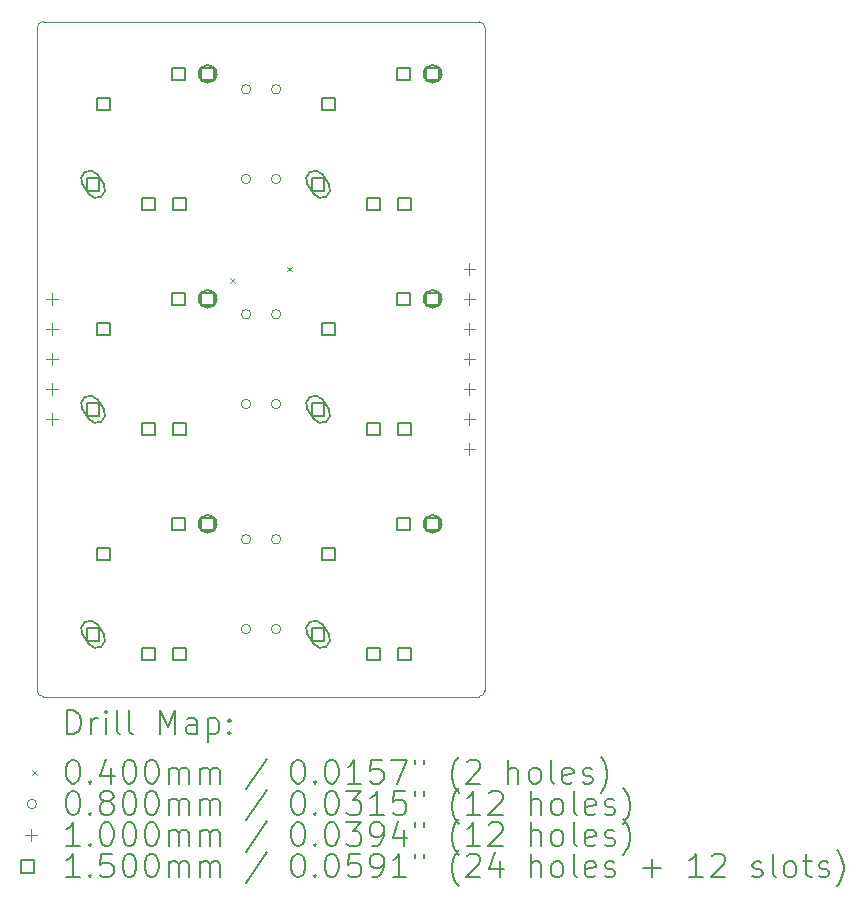
<source format=gbr>
%TF.GenerationSoftware,KiCad,Pcbnew,7.0.5*%
%TF.CreationDate,2023-08-20T01:57:37+08:00*%
%TF.ProjectId,LA,4c412e6b-6963-4616-945f-706362585858,rev?*%
%TF.SameCoordinates,Original*%
%TF.FileFunction,Drillmap*%
%TF.FilePolarity,Positive*%
%FSLAX45Y45*%
G04 Gerber Fmt 4.5, Leading zero omitted, Abs format (unit mm)*
G04 Created by KiCad (PCBNEW 7.0.5) date 2023-08-20 01:57:37*
%MOMM*%
%LPD*%
G01*
G04 APERTURE LIST*
%ADD10C,0.100000*%
%ADD11C,0.200000*%
%ADD12C,0.040000*%
%ADD13C,0.080000*%
%ADD14C,0.150000*%
G04 APERTURE END LIST*
D10*
X15103500Y-10205502D02*
G75*
G03*
X15153495Y-10155003I-510J50502D01*
G01*
X15153500Y-10155500D02*
X15153500Y-4540500D01*
X15103500Y-4490500D02*
X11413500Y-4490500D01*
X15153502Y-4540500D02*
G75*
G03*
X15103002Y-4490505I-50502J-510D01*
G01*
X15103500Y-10205500D02*
X11413500Y-10205500D01*
X11363002Y-10155505D02*
G75*
G03*
X11413500Y-10205500I50498J505D01*
G01*
X11413495Y-4490003D02*
G75*
G03*
X11363500Y-4540500I505J-50498D01*
G01*
X11363500Y-4540500D02*
X11363500Y-10155500D01*
D11*
D12*
X12999000Y-6665000D02*
X13039000Y-6705000D01*
X13039000Y-6665000D02*
X12999000Y-6705000D01*
X13478000Y-6566000D02*
X13518000Y-6606000D01*
X13518000Y-6566000D02*
X13478000Y-6606000D01*
D13*
X13171500Y-5063000D02*
G75*
G03*
X13171500Y-5063000I-40000J0D01*
G01*
X13171500Y-5823000D02*
G75*
G03*
X13171500Y-5823000I-40000J0D01*
G01*
X13171500Y-6968000D02*
G75*
G03*
X13171500Y-6968000I-40000J0D01*
G01*
X13171500Y-7728000D02*
G75*
G03*
X13171500Y-7728000I-40000J0D01*
G01*
X13171500Y-8873000D02*
G75*
G03*
X13171500Y-8873000I-40000J0D01*
G01*
X13171500Y-9633000D02*
G75*
G03*
X13171500Y-9633000I-40000J0D01*
G01*
X13425500Y-5063000D02*
G75*
G03*
X13425500Y-5063000I-40000J0D01*
G01*
X13425500Y-5823000D02*
G75*
G03*
X13425500Y-5823000I-40000J0D01*
G01*
X13425500Y-6968000D02*
G75*
G03*
X13425500Y-6968000I-40000J0D01*
G01*
X13425500Y-7728000D02*
G75*
G03*
X13425500Y-7728000I-40000J0D01*
G01*
X13425500Y-8873000D02*
G75*
G03*
X13425500Y-8873000I-40000J0D01*
G01*
X13425500Y-9633000D02*
G75*
G03*
X13425500Y-9633000I-40000J0D01*
G01*
D10*
X11490000Y-6790000D02*
X11490000Y-6890000D01*
X11440000Y-6840000D02*
X11540000Y-6840000D01*
X11490000Y-7044000D02*
X11490000Y-7144000D01*
X11440000Y-7094000D02*
X11540000Y-7094000D01*
X11490000Y-7298000D02*
X11490000Y-7398000D01*
X11440000Y-7348000D02*
X11540000Y-7348000D01*
X11490000Y-7552000D02*
X11490000Y-7652000D01*
X11440000Y-7602000D02*
X11540000Y-7602000D01*
X11490000Y-7806000D02*
X11490000Y-7906000D01*
X11440000Y-7856000D02*
X11540000Y-7856000D01*
X15023000Y-6536000D02*
X15023000Y-6636000D01*
X14973000Y-6586000D02*
X15073000Y-6586000D01*
X15023000Y-6790000D02*
X15023000Y-6890000D01*
X14973000Y-6840000D02*
X15073000Y-6840000D01*
X15023000Y-7044000D02*
X15023000Y-7144000D01*
X14973000Y-7094000D02*
X15073000Y-7094000D01*
X15023000Y-7298000D02*
X15023000Y-7398000D01*
X14973000Y-7348000D02*
X15073000Y-7348000D01*
X15023000Y-7552000D02*
X15023000Y-7652000D01*
X14973000Y-7602000D02*
X15073000Y-7602000D01*
X15023000Y-7806000D02*
X15023000Y-7906000D01*
X14973000Y-7856000D02*
X15073000Y-7856000D01*
X15023000Y-8060000D02*
X15023000Y-8160000D01*
X14973000Y-8110000D02*
X15073000Y-8110000D01*
D14*
X11889033Y-5921033D02*
X11889033Y-5814966D01*
X11782966Y-5814966D01*
X11782966Y-5921033D01*
X11889033Y-5921033D01*
D11*
X11926139Y-5867984D02*
X11870654Y-5784789D01*
X11870654Y-5784789D02*
G75*
G03*
X11745861Y-5868016I-62397J-41613D01*
G01*
X11745861Y-5868016D02*
X11801346Y-5951211D01*
X11801346Y-5951211D02*
G75*
G03*
X11926139Y-5867984I62397J41613D01*
G01*
D14*
X11889033Y-7826033D02*
X11889033Y-7719966D01*
X11782966Y-7719966D01*
X11782966Y-7826033D01*
X11889033Y-7826033D01*
D11*
X11926139Y-7772984D02*
X11870654Y-7689789D01*
X11870654Y-7689789D02*
G75*
G03*
X11745861Y-7773016I-62397J-41613D01*
G01*
X11745861Y-7773016D02*
X11801346Y-7856211D01*
X11801346Y-7856211D02*
G75*
G03*
X11926139Y-7772984I62397J41613D01*
G01*
D14*
X11889033Y-9731034D02*
X11889033Y-9624967D01*
X11782966Y-9624967D01*
X11782966Y-9731034D01*
X11889033Y-9731034D01*
D11*
X11926139Y-9677984D02*
X11870654Y-9594789D01*
X11870654Y-9594789D02*
G75*
G03*
X11745861Y-9678016I-62397J-41613D01*
G01*
X11745861Y-9678016D02*
X11801346Y-9761211D01*
X11801346Y-9761211D02*
G75*
G03*
X11926139Y-9677984I62397J41613D01*
G01*
D14*
X11978033Y-5242034D02*
X11978033Y-5135967D01*
X11871966Y-5135967D01*
X11871966Y-5242034D01*
X11978033Y-5242034D01*
X11978033Y-7147033D02*
X11978033Y-7040966D01*
X11871966Y-7040966D01*
X11871966Y-7147033D01*
X11978033Y-7147033D01*
X11978033Y-9052034D02*
X11978033Y-8945967D01*
X11871966Y-8945967D01*
X11871966Y-9052034D01*
X11978033Y-9052034D01*
X12359033Y-6086033D02*
X12359033Y-5979966D01*
X12252966Y-5979966D01*
X12252966Y-6086033D01*
X12359033Y-6086033D01*
X12359033Y-7991033D02*
X12359033Y-7884966D01*
X12252966Y-7884966D01*
X12252966Y-7991033D01*
X12359033Y-7991033D01*
X12359033Y-9896034D02*
X12359033Y-9789967D01*
X12252966Y-9789967D01*
X12252966Y-9896034D01*
X12359033Y-9896034D01*
X12613033Y-4986034D02*
X12613033Y-4879967D01*
X12506966Y-4879967D01*
X12506966Y-4986034D01*
X12613033Y-4986034D01*
X12613033Y-6891033D02*
X12613033Y-6784966D01*
X12506966Y-6784966D01*
X12506966Y-6891033D01*
X12613033Y-6891033D01*
X12613033Y-8796034D02*
X12613033Y-8689967D01*
X12506966Y-8689967D01*
X12506966Y-8796034D01*
X12613033Y-8796034D01*
X12619033Y-6086033D02*
X12619033Y-5979966D01*
X12512966Y-5979966D01*
X12512966Y-6086033D01*
X12619033Y-6086033D01*
X12619033Y-7991033D02*
X12619033Y-7884966D01*
X12512966Y-7884966D01*
X12512966Y-7991033D01*
X12619033Y-7991033D01*
X12619033Y-9896034D02*
X12619033Y-9789967D01*
X12512966Y-9789967D01*
X12512966Y-9896034D01*
X12619033Y-9896034D01*
X12859033Y-4986034D02*
X12859033Y-4879967D01*
X12752966Y-4879967D01*
X12752966Y-4986034D01*
X12859033Y-4986034D01*
D11*
X12881000Y-4933000D02*
X12881000Y-4933000D01*
X12881000Y-4933000D02*
G75*
G03*
X12731000Y-4933000I-75000J0D01*
G01*
X12731000Y-4933000D02*
X12731000Y-4933000D01*
X12731000Y-4933000D02*
G75*
G03*
X12881000Y-4933000I75000J0D01*
G01*
D14*
X12859033Y-6891033D02*
X12859033Y-6784966D01*
X12752966Y-6784966D01*
X12752966Y-6891033D01*
X12859033Y-6891033D01*
D11*
X12881000Y-6838000D02*
X12881000Y-6838000D01*
X12881000Y-6838000D02*
G75*
G03*
X12731000Y-6838000I-75000J0D01*
G01*
X12731000Y-6838000D02*
X12731000Y-6838000D01*
X12731000Y-6838000D02*
G75*
G03*
X12881000Y-6838000I75000J0D01*
G01*
D14*
X12859033Y-8796034D02*
X12859033Y-8689967D01*
X12752966Y-8689967D01*
X12752966Y-8796034D01*
X12859033Y-8796034D01*
D11*
X12881000Y-8743000D02*
X12881000Y-8743000D01*
X12881000Y-8743000D02*
G75*
G03*
X12731000Y-8743000I-75000J0D01*
G01*
X12731000Y-8743000D02*
X12731000Y-8743000D01*
X12731000Y-8743000D02*
G75*
G03*
X12881000Y-8743000I75000J0D01*
G01*
D14*
X13794033Y-5921033D02*
X13794033Y-5814966D01*
X13687966Y-5814966D01*
X13687966Y-5921033D01*
X13794033Y-5921033D01*
D11*
X13831139Y-5867984D02*
X13775654Y-5784789D01*
X13775654Y-5784789D02*
G75*
G03*
X13650861Y-5868016I-62397J-41613D01*
G01*
X13650861Y-5868016D02*
X13706346Y-5951211D01*
X13706346Y-5951211D02*
G75*
G03*
X13831139Y-5867984I62397J41613D01*
G01*
D14*
X13794033Y-7826033D02*
X13794033Y-7719966D01*
X13687966Y-7719966D01*
X13687966Y-7826033D01*
X13794033Y-7826033D01*
D11*
X13831139Y-7772984D02*
X13775654Y-7689789D01*
X13775654Y-7689789D02*
G75*
G03*
X13650861Y-7773016I-62397J-41613D01*
G01*
X13650861Y-7773016D02*
X13706346Y-7856211D01*
X13706346Y-7856211D02*
G75*
G03*
X13831139Y-7772984I62397J41613D01*
G01*
D14*
X13794033Y-9731034D02*
X13794033Y-9624967D01*
X13687966Y-9624967D01*
X13687966Y-9731034D01*
X13794033Y-9731034D01*
D11*
X13831139Y-9677984D02*
X13775654Y-9594789D01*
X13775654Y-9594789D02*
G75*
G03*
X13650861Y-9678016I-62397J-41613D01*
G01*
X13650861Y-9678016D02*
X13706346Y-9761211D01*
X13706346Y-9761211D02*
G75*
G03*
X13831139Y-9677984I62397J41613D01*
G01*
D14*
X13883033Y-5242034D02*
X13883033Y-5135967D01*
X13776966Y-5135967D01*
X13776966Y-5242034D01*
X13883033Y-5242034D01*
X13883033Y-7147033D02*
X13883033Y-7040966D01*
X13776966Y-7040966D01*
X13776966Y-7147033D01*
X13883033Y-7147033D01*
X13883033Y-9052034D02*
X13883033Y-8945967D01*
X13776966Y-8945967D01*
X13776966Y-9052034D01*
X13883033Y-9052034D01*
X14264033Y-6086033D02*
X14264033Y-5979966D01*
X14157966Y-5979966D01*
X14157966Y-6086033D01*
X14264033Y-6086033D01*
X14264033Y-7991033D02*
X14264033Y-7884966D01*
X14157966Y-7884966D01*
X14157966Y-7991033D01*
X14264033Y-7991033D01*
X14264033Y-9896034D02*
X14264033Y-9789967D01*
X14157966Y-9789967D01*
X14157966Y-9896034D01*
X14264033Y-9896034D01*
X14518033Y-4986034D02*
X14518033Y-4879967D01*
X14411966Y-4879967D01*
X14411966Y-4986034D01*
X14518033Y-4986034D01*
X14518033Y-6891033D02*
X14518033Y-6784966D01*
X14411966Y-6784966D01*
X14411966Y-6891033D01*
X14518033Y-6891033D01*
X14518033Y-8796034D02*
X14518033Y-8689967D01*
X14411966Y-8689967D01*
X14411966Y-8796034D01*
X14518033Y-8796034D01*
X14524033Y-6086033D02*
X14524033Y-5979966D01*
X14417966Y-5979966D01*
X14417966Y-6086033D01*
X14524033Y-6086033D01*
X14524033Y-7991033D02*
X14524033Y-7884966D01*
X14417966Y-7884966D01*
X14417966Y-7991033D01*
X14524033Y-7991033D01*
X14524033Y-9896034D02*
X14524033Y-9789967D01*
X14417966Y-9789967D01*
X14417966Y-9896034D01*
X14524033Y-9896034D01*
X14764033Y-4986034D02*
X14764033Y-4879967D01*
X14657966Y-4879967D01*
X14657966Y-4986034D01*
X14764033Y-4986034D01*
D11*
X14786000Y-4933000D02*
X14786000Y-4933000D01*
X14786000Y-4933000D02*
G75*
G03*
X14636000Y-4933000I-75000J0D01*
G01*
X14636000Y-4933000D02*
X14636000Y-4933000D01*
X14636000Y-4933000D02*
G75*
G03*
X14786000Y-4933000I75000J0D01*
G01*
D14*
X14764033Y-6891033D02*
X14764033Y-6784966D01*
X14657966Y-6784966D01*
X14657966Y-6891033D01*
X14764033Y-6891033D01*
D11*
X14786000Y-6838000D02*
X14786000Y-6838000D01*
X14786000Y-6838000D02*
G75*
G03*
X14636000Y-6838000I-75000J0D01*
G01*
X14636000Y-6838000D02*
X14636000Y-6838000D01*
X14636000Y-6838000D02*
G75*
G03*
X14786000Y-6838000I75000J0D01*
G01*
D14*
X14764033Y-8796034D02*
X14764033Y-8689967D01*
X14657966Y-8689967D01*
X14657966Y-8796034D01*
X14764033Y-8796034D01*
D11*
X14786000Y-8743000D02*
X14786000Y-8743000D01*
X14786000Y-8743000D02*
G75*
G03*
X14636000Y-8743000I-75000J0D01*
G01*
X14636000Y-8743000D02*
X14636000Y-8743000D01*
X14636000Y-8743000D02*
G75*
G03*
X14786000Y-8743000I75000J0D01*
G01*
X11618779Y-10521984D02*
X11618779Y-10321984D01*
X11618779Y-10321984D02*
X11666398Y-10321984D01*
X11666398Y-10321984D02*
X11694970Y-10331508D01*
X11694970Y-10331508D02*
X11714017Y-10350555D01*
X11714017Y-10350555D02*
X11723541Y-10369603D01*
X11723541Y-10369603D02*
X11733065Y-10407698D01*
X11733065Y-10407698D02*
X11733065Y-10436270D01*
X11733065Y-10436270D02*
X11723541Y-10474365D01*
X11723541Y-10474365D02*
X11714017Y-10493412D01*
X11714017Y-10493412D02*
X11694970Y-10512460D01*
X11694970Y-10512460D02*
X11666398Y-10521984D01*
X11666398Y-10521984D02*
X11618779Y-10521984D01*
X11818779Y-10521984D02*
X11818779Y-10388650D01*
X11818779Y-10426746D02*
X11828303Y-10407698D01*
X11828303Y-10407698D02*
X11837827Y-10398174D01*
X11837827Y-10398174D02*
X11856874Y-10388650D01*
X11856874Y-10388650D02*
X11875922Y-10388650D01*
X11942589Y-10521984D02*
X11942589Y-10388650D01*
X11942589Y-10321984D02*
X11933065Y-10331508D01*
X11933065Y-10331508D02*
X11942589Y-10341031D01*
X11942589Y-10341031D02*
X11952113Y-10331508D01*
X11952113Y-10331508D02*
X11942589Y-10321984D01*
X11942589Y-10321984D02*
X11942589Y-10341031D01*
X12066398Y-10521984D02*
X12047351Y-10512460D01*
X12047351Y-10512460D02*
X12037827Y-10493412D01*
X12037827Y-10493412D02*
X12037827Y-10321984D01*
X12171160Y-10521984D02*
X12152113Y-10512460D01*
X12152113Y-10512460D02*
X12142589Y-10493412D01*
X12142589Y-10493412D02*
X12142589Y-10321984D01*
X12399732Y-10521984D02*
X12399732Y-10321984D01*
X12399732Y-10321984D02*
X12466398Y-10464841D01*
X12466398Y-10464841D02*
X12533065Y-10321984D01*
X12533065Y-10321984D02*
X12533065Y-10521984D01*
X12714017Y-10521984D02*
X12714017Y-10417222D01*
X12714017Y-10417222D02*
X12704494Y-10398174D01*
X12704494Y-10398174D02*
X12685446Y-10388650D01*
X12685446Y-10388650D02*
X12647351Y-10388650D01*
X12647351Y-10388650D02*
X12628303Y-10398174D01*
X12714017Y-10512460D02*
X12694970Y-10521984D01*
X12694970Y-10521984D02*
X12647351Y-10521984D01*
X12647351Y-10521984D02*
X12628303Y-10512460D01*
X12628303Y-10512460D02*
X12618779Y-10493412D01*
X12618779Y-10493412D02*
X12618779Y-10474365D01*
X12618779Y-10474365D02*
X12628303Y-10455317D01*
X12628303Y-10455317D02*
X12647351Y-10445793D01*
X12647351Y-10445793D02*
X12694970Y-10445793D01*
X12694970Y-10445793D02*
X12714017Y-10436270D01*
X12809255Y-10388650D02*
X12809255Y-10588650D01*
X12809255Y-10398174D02*
X12828303Y-10388650D01*
X12828303Y-10388650D02*
X12866398Y-10388650D01*
X12866398Y-10388650D02*
X12885446Y-10398174D01*
X12885446Y-10398174D02*
X12894970Y-10407698D01*
X12894970Y-10407698D02*
X12904494Y-10426746D01*
X12904494Y-10426746D02*
X12904494Y-10483889D01*
X12904494Y-10483889D02*
X12894970Y-10502936D01*
X12894970Y-10502936D02*
X12885446Y-10512460D01*
X12885446Y-10512460D02*
X12866398Y-10521984D01*
X12866398Y-10521984D02*
X12828303Y-10521984D01*
X12828303Y-10521984D02*
X12809255Y-10512460D01*
X12990208Y-10502936D02*
X12999732Y-10512460D01*
X12999732Y-10512460D02*
X12990208Y-10521984D01*
X12990208Y-10521984D02*
X12980684Y-10512460D01*
X12980684Y-10512460D02*
X12990208Y-10502936D01*
X12990208Y-10502936D02*
X12990208Y-10521984D01*
X12990208Y-10398174D02*
X12999732Y-10407698D01*
X12999732Y-10407698D02*
X12990208Y-10417222D01*
X12990208Y-10417222D02*
X12980684Y-10407698D01*
X12980684Y-10407698D02*
X12990208Y-10398174D01*
X12990208Y-10398174D02*
X12990208Y-10417222D01*
D12*
X11318002Y-10830500D02*
X11358002Y-10870500D01*
X11358002Y-10830500D02*
X11318002Y-10870500D01*
D11*
X11656874Y-10741984D02*
X11675922Y-10741984D01*
X11675922Y-10741984D02*
X11694970Y-10751508D01*
X11694970Y-10751508D02*
X11704494Y-10761031D01*
X11704494Y-10761031D02*
X11714017Y-10780079D01*
X11714017Y-10780079D02*
X11723541Y-10818174D01*
X11723541Y-10818174D02*
X11723541Y-10865793D01*
X11723541Y-10865793D02*
X11714017Y-10903889D01*
X11714017Y-10903889D02*
X11704494Y-10922936D01*
X11704494Y-10922936D02*
X11694970Y-10932460D01*
X11694970Y-10932460D02*
X11675922Y-10941984D01*
X11675922Y-10941984D02*
X11656874Y-10941984D01*
X11656874Y-10941984D02*
X11637827Y-10932460D01*
X11637827Y-10932460D02*
X11628303Y-10922936D01*
X11628303Y-10922936D02*
X11618779Y-10903889D01*
X11618779Y-10903889D02*
X11609255Y-10865793D01*
X11609255Y-10865793D02*
X11609255Y-10818174D01*
X11609255Y-10818174D02*
X11618779Y-10780079D01*
X11618779Y-10780079D02*
X11628303Y-10761031D01*
X11628303Y-10761031D02*
X11637827Y-10751508D01*
X11637827Y-10751508D02*
X11656874Y-10741984D01*
X11809255Y-10922936D02*
X11818779Y-10932460D01*
X11818779Y-10932460D02*
X11809255Y-10941984D01*
X11809255Y-10941984D02*
X11799732Y-10932460D01*
X11799732Y-10932460D02*
X11809255Y-10922936D01*
X11809255Y-10922936D02*
X11809255Y-10941984D01*
X11990208Y-10808650D02*
X11990208Y-10941984D01*
X11942589Y-10732460D02*
X11894970Y-10875317D01*
X11894970Y-10875317D02*
X12018779Y-10875317D01*
X12133065Y-10741984D02*
X12152113Y-10741984D01*
X12152113Y-10741984D02*
X12171160Y-10751508D01*
X12171160Y-10751508D02*
X12180684Y-10761031D01*
X12180684Y-10761031D02*
X12190208Y-10780079D01*
X12190208Y-10780079D02*
X12199732Y-10818174D01*
X12199732Y-10818174D02*
X12199732Y-10865793D01*
X12199732Y-10865793D02*
X12190208Y-10903889D01*
X12190208Y-10903889D02*
X12180684Y-10922936D01*
X12180684Y-10922936D02*
X12171160Y-10932460D01*
X12171160Y-10932460D02*
X12152113Y-10941984D01*
X12152113Y-10941984D02*
X12133065Y-10941984D01*
X12133065Y-10941984D02*
X12114017Y-10932460D01*
X12114017Y-10932460D02*
X12104494Y-10922936D01*
X12104494Y-10922936D02*
X12094970Y-10903889D01*
X12094970Y-10903889D02*
X12085446Y-10865793D01*
X12085446Y-10865793D02*
X12085446Y-10818174D01*
X12085446Y-10818174D02*
X12094970Y-10780079D01*
X12094970Y-10780079D02*
X12104494Y-10761031D01*
X12104494Y-10761031D02*
X12114017Y-10751508D01*
X12114017Y-10751508D02*
X12133065Y-10741984D01*
X12323541Y-10741984D02*
X12342589Y-10741984D01*
X12342589Y-10741984D02*
X12361636Y-10751508D01*
X12361636Y-10751508D02*
X12371160Y-10761031D01*
X12371160Y-10761031D02*
X12380684Y-10780079D01*
X12380684Y-10780079D02*
X12390208Y-10818174D01*
X12390208Y-10818174D02*
X12390208Y-10865793D01*
X12390208Y-10865793D02*
X12380684Y-10903889D01*
X12380684Y-10903889D02*
X12371160Y-10922936D01*
X12371160Y-10922936D02*
X12361636Y-10932460D01*
X12361636Y-10932460D02*
X12342589Y-10941984D01*
X12342589Y-10941984D02*
X12323541Y-10941984D01*
X12323541Y-10941984D02*
X12304494Y-10932460D01*
X12304494Y-10932460D02*
X12294970Y-10922936D01*
X12294970Y-10922936D02*
X12285446Y-10903889D01*
X12285446Y-10903889D02*
X12275922Y-10865793D01*
X12275922Y-10865793D02*
X12275922Y-10818174D01*
X12275922Y-10818174D02*
X12285446Y-10780079D01*
X12285446Y-10780079D02*
X12294970Y-10761031D01*
X12294970Y-10761031D02*
X12304494Y-10751508D01*
X12304494Y-10751508D02*
X12323541Y-10741984D01*
X12475922Y-10941984D02*
X12475922Y-10808650D01*
X12475922Y-10827698D02*
X12485446Y-10818174D01*
X12485446Y-10818174D02*
X12504494Y-10808650D01*
X12504494Y-10808650D02*
X12533065Y-10808650D01*
X12533065Y-10808650D02*
X12552113Y-10818174D01*
X12552113Y-10818174D02*
X12561636Y-10837222D01*
X12561636Y-10837222D02*
X12561636Y-10941984D01*
X12561636Y-10837222D02*
X12571160Y-10818174D01*
X12571160Y-10818174D02*
X12590208Y-10808650D01*
X12590208Y-10808650D02*
X12618779Y-10808650D01*
X12618779Y-10808650D02*
X12637827Y-10818174D01*
X12637827Y-10818174D02*
X12647351Y-10837222D01*
X12647351Y-10837222D02*
X12647351Y-10941984D01*
X12742589Y-10941984D02*
X12742589Y-10808650D01*
X12742589Y-10827698D02*
X12752113Y-10818174D01*
X12752113Y-10818174D02*
X12771160Y-10808650D01*
X12771160Y-10808650D02*
X12799732Y-10808650D01*
X12799732Y-10808650D02*
X12818779Y-10818174D01*
X12818779Y-10818174D02*
X12828303Y-10837222D01*
X12828303Y-10837222D02*
X12828303Y-10941984D01*
X12828303Y-10837222D02*
X12837827Y-10818174D01*
X12837827Y-10818174D02*
X12856875Y-10808650D01*
X12856875Y-10808650D02*
X12885446Y-10808650D01*
X12885446Y-10808650D02*
X12904494Y-10818174D01*
X12904494Y-10818174D02*
X12914017Y-10837222D01*
X12914017Y-10837222D02*
X12914017Y-10941984D01*
X13304494Y-10732460D02*
X13133065Y-10989603D01*
X13561637Y-10741984D02*
X13580684Y-10741984D01*
X13580684Y-10741984D02*
X13599732Y-10751508D01*
X13599732Y-10751508D02*
X13609256Y-10761031D01*
X13609256Y-10761031D02*
X13618779Y-10780079D01*
X13618779Y-10780079D02*
X13628303Y-10818174D01*
X13628303Y-10818174D02*
X13628303Y-10865793D01*
X13628303Y-10865793D02*
X13618779Y-10903889D01*
X13618779Y-10903889D02*
X13609256Y-10922936D01*
X13609256Y-10922936D02*
X13599732Y-10932460D01*
X13599732Y-10932460D02*
X13580684Y-10941984D01*
X13580684Y-10941984D02*
X13561637Y-10941984D01*
X13561637Y-10941984D02*
X13542589Y-10932460D01*
X13542589Y-10932460D02*
X13533065Y-10922936D01*
X13533065Y-10922936D02*
X13523541Y-10903889D01*
X13523541Y-10903889D02*
X13514018Y-10865793D01*
X13514018Y-10865793D02*
X13514018Y-10818174D01*
X13514018Y-10818174D02*
X13523541Y-10780079D01*
X13523541Y-10780079D02*
X13533065Y-10761031D01*
X13533065Y-10761031D02*
X13542589Y-10751508D01*
X13542589Y-10751508D02*
X13561637Y-10741984D01*
X13714018Y-10922936D02*
X13723541Y-10932460D01*
X13723541Y-10932460D02*
X13714018Y-10941984D01*
X13714018Y-10941984D02*
X13704494Y-10932460D01*
X13704494Y-10932460D02*
X13714018Y-10922936D01*
X13714018Y-10922936D02*
X13714018Y-10941984D01*
X13847351Y-10741984D02*
X13866399Y-10741984D01*
X13866399Y-10741984D02*
X13885446Y-10751508D01*
X13885446Y-10751508D02*
X13894970Y-10761031D01*
X13894970Y-10761031D02*
X13904494Y-10780079D01*
X13904494Y-10780079D02*
X13914018Y-10818174D01*
X13914018Y-10818174D02*
X13914018Y-10865793D01*
X13914018Y-10865793D02*
X13904494Y-10903889D01*
X13904494Y-10903889D02*
X13894970Y-10922936D01*
X13894970Y-10922936D02*
X13885446Y-10932460D01*
X13885446Y-10932460D02*
X13866399Y-10941984D01*
X13866399Y-10941984D02*
X13847351Y-10941984D01*
X13847351Y-10941984D02*
X13828303Y-10932460D01*
X13828303Y-10932460D02*
X13818779Y-10922936D01*
X13818779Y-10922936D02*
X13809256Y-10903889D01*
X13809256Y-10903889D02*
X13799732Y-10865793D01*
X13799732Y-10865793D02*
X13799732Y-10818174D01*
X13799732Y-10818174D02*
X13809256Y-10780079D01*
X13809256Y-10780079D02*
X13818779Y-10761031D01*
X13818779Y-10761031D02*
X13828303Y-10751508D01*
X13828303Y-10751508D02*
X13847351Y-10741984D01*
X14104494Y-10941984D02*
X13990208Y-10941984D01*
X14047351Y-10941984D02*
X14047351Y-10741984D01*
X14047351Y-10741984D02*
X14028303Y-10770555D01*
X14028303Y-10770555D02*
X14009256Y-10789603D01*
X14009256Y-10789603D02*
X13990208Y-10799127D01*
X14285446Y-10741984D02*
X14190208Y-10741984D01*
X14190208Y-10741984D02*
X14180684Y-10837222D01*
X14180684Y-10837222D02*
X14190208Y-10827698D01*
X14190208Y-10827698D02*
X14209256Y-10818174D01*
X14209256Y-10818174D02*
X14256875Y-10818174D01*
X14256875Y-10818174D02*
X14275922Y-10827698D01*
X14275922Y-10827698D02*
X14285446Y-10837222D01*
X14285446Y-10837222D02*
X14294970Y-10856270D01*
X14294970Y-10856270D02*
X14294970Y-10903889D01*
X14294970Y-10903889D02*
X14285446Y-10922936D01*
X14285446Y-10922936D02*
X14275922Y-10932460D01*
X14275922Y-10932460D02*
X14256875Y-10941984D01*
X14256875Y-10941984D02*
X14209256Y-10941984D01*
X14209256Y-10941984D02*
X14190208Y-10932460D01*
X14190208Y-10932460D02*
X14180684Y-10922936D01*
X14361637Y-10741984D02*
X14494970Y-10741984D01*
X14494970Y-10741984D02*
X14409256Y-10941984D01*
X14561637Y-10741984D02*
X14561637Y-10780079D01*
X14637827Y-10741984D02*
X14637827Y-10780079D01*
X14933065Y-11018174D02*
X14923541Y-11008650D01*
X14923541Y-11008650D02*
X14904494Y-10980079D01*
X14904494Y-10980079D02*
X14894970Y-10961031D01*
X14894970Y-10961031D02*
X14885446Y-10932460D01*
X14885446Y-10932460D02*
X14875922Y-10884841D01*
X14875922Y-10884841D02*
X14875922Y-10846746D01*
X14875922Y-10846746D02*
X14885446Y-10799127D01*
X14885446Y-10799127D02*
X14894970Y-10770555D01*
X14894970Y-10770555D02*
X14904494Y-10751508D01*
X14904494Y-10751508D02*
X14923541Y-10722936D01*
X14923541Y-10722936D02*
X14933065Y-10713412D01*
X14999732Y-10761031D02*
X15009256Y-10751508D01*
X15009256Y-10751508D02*
X15028303Y-10741984D01*
X15028303Y-10741984D02*
X15075922Y-10741984D01*
X15075922Y-10741984D02*
X15094970Y-10751508D01*
X15094970Y-10751508D02*
X15104494Y-10761031D01*
X15104494Y-10761031D02*
X15114018Y-10780079D01*
X15114018Y-10780079D02*
X15114018Y-10799127D01*
X15114018Y-10799127D02*
X15104494Y-10827698D01*
X15104494Y-10827698D02*
X14990208Y-10941984D01*
X14990208Y-10941984D02*
X15114018Y-10941984D01*
X15352113Y-10941984D02*
X15352113Y-10741984D01*
X15437827Y-10941984D02*
X15437827Y-10837222D01*
X15437827Y-10837222D02*
X15428303Y-10818174D01*
X15428303Y-10818174D02*
X15409256Y-10808650D01*
X15409256Y-10808650D02*
X15380684Y-10808650D01*
X15380684Y-10808650D02*
X15361637Y-10818174D01*
X15361637Y-10818174D02*
X15352113Y-10827698D01*
X15561637Y-10941984D02*
X15542589Y-10932460D01*
X15542589Y-10932460D02*
X15533065Y-10922936D01*
X15533065Y-10922936D02*
X15523542Y-10903889D01*
X15523542Y-10903889D02*
X15523542Y-10846746D01*
X15523542Y-10846746D02*
X15533065Y-10827698D01*
X15533065Y-10827698D02*
X15542589Y-10818174D01*
X15542589Y-10818174D02*
X15561637Y-10808650D01*
X15561637Y-10808650D02*
X15590208Y-10808650D01*
X15590208Y-10808650D02*
X15609256Y-10818174D01*
X15609256Y-10818174D02*
X15618780Y-10827698D01*
X15618780Y-10827698D02*
X15628303Y-10846746D01*
X15628303Y-10846746D02*
X15628303Y-10903889D01*
X15628303Y-10903889D02*
X15618780Y-10922936D01*
X15618780Y-10922936D02*
X15609256Y-10932460D01*
X15609256Y-10932460D02*
X15590208Y-10941984D01*
X15590208Y-10941984D02*
X15561637Y-10941984D01*
X15742589Y-10941984D02*
X15723542Y-10932460D01*
X15723542Y-10932460D02*
X15714018Y-10913412D01*
X15714018Y-10913412D02*
X15714018Y-10741984D01*
X15894970Y-10932460D02*
X15875923Y-10941984D01*
X15875923Y-10941984D02*
X15837827Y-10941984D01*
X15837827Y-10941984D02*
X15818780Y-10932460D01*
X15818780Y-10932460D02*
X15809256Y-10913412D01*
X15809256Y-10913412D02*
X15809256Y-10837222D01*
X15809256Y-10837222D02*
X15818780Y-10818174D01*
X15818780Y-10818174D02*
X15837827Y-10808650D01*
X15837827Y-10808650D02*
X15875923Y-10808650D01*
X15875923Y-10808650D02*
X15894970Y-10818174D01*
X15894970Y-10818174D02*
X15904494Y-10837222D01*
X15904494Y-10837222D02*
X15904494Y-10856270D01*
X15904494Y-10856270D02*
X15809256Y-10875317D01*
X15980684Y-10932460D02*
X15999732Y-10941984D01*
X15999732Y-10941984D02*
X16037827Y-10941984D01*
X16037827Y-10941984D02*
X16056875Y-10932460D01*
X16056875Y-10932460D02*
X16066399Y-10913412D01*
X16066399Y-10913412D02*
X16066399Y-10903889D01*
X16066399Y-10903889D02*
X16056875Y-10884841D01*
X16056875Y-10884841D02*
X16037827Y-10875317D01*
X16037827Y-10875317D02*
X16009256Y-10875317D01*
X16009256Y-10875317D02*
X15990208Y-10865793D01*
X15990208Y-10865793D02*
X15980684Y-10846746D01*
X15980684Y-10846746D02*
X15980684Y-10837222D01*
X15980684Y-10837222D02*
X15990208Y-10818174D01*
X15990208Y-10818174D02*
X16009256Y-10808650D01*
X16009256Y-10808650D02*
X16037827Y-10808650D01*
X16037827Y-10808650D02*
X16056875Y-10818174D01*
X16133065Y-11018174D02*
X16142589Y-11008650D01*
X16142589Y-11008650D02*
X16161637Y-10980079D01*
X16161637Y-10980079D02*
X16171161Y-10961031D01*
X16171161Y-10961031D02*
X16180684Y-10932460D01*
X16180684Y-10932460D02*
X16190208Y-10884841D01*
X16190208Y-10884841D02*
X16190208Y-10846746D01*
X16190208Y-10846746D02*
X16180684Y-10799127D01*
X16180684Y-10799127D02*
X16171161Y-10770555D01*
X16171161Y-10770555D02*
X16161637Y-10751508D01*
X16161637Y-10751508D02*
X16142589Y-10722936D01*
X16142589Y-10722936D02*
X16133065Y-10713412D01*
D13*
X11358002Y-11114500D02*
G75*
G03*
X11358002Y-11114500I-40000J0D01*
G01*
D11*
X11656874Y-11005984D02*
X11675922Y-11005984D01*
X11675922Y-11005984D02*
X11694970Y-11015508D01*
X11694970Y-11015508D02*
X11704494Y-11025031D01*
X11704494Y-11025031D02*
X11714017Y-11044079D01*
X11714017Y-11044079D02*
X11723541Y-11082174D01*
X11723541Y-11082174D02*
X11723541Y-11129793D01*
X11723541Y-11129793D02*
X11714017Y-11167889D01*
X11714017Y-11167889D02*
X11704494Y-11186936D01*
X11704494Y-11186936D02*
X11694970Y-11196460D01*
X11694970Y-11196460D02*
X11675922Y-11205984D01*
X11675922Y-11205984D02*
X11656874Y-11205984D01*
X11656874Y-11205984D02*
X11637827Y-11196460D01*
X11637827Y-11196460D02*
X11628303Y-11186936D01*
X11628303Y-11186936D02*
X11618779Y-11167889D01*
X11618779Y-11167889D02*
X11609255Y-11129793D01*
X11609255Y-11129793D02*
X11609255Y-11082174D01*
X11609255Y-11082174D02*
X11618779Y-11044079D01*
X11618779Y-11044079D02*
X11628303Y-11025031D01*
X11628303Y-11025031D02*
X11637827Y-11015508D01*
X11637827Y-11015508D02*
X11656874Y-11005984D01*
X11809255Y-11186936D02*
X11818779Y-11196460D01*
X11818779Y-11196460D02*
X11809255Y-11205984D01*
X11809255Y-11205984D02*
X11799732Y-11196460D01*
X11799732Y-11196460D02*
X11809255Y-11186936D01*
X11809255Y-11186936D02*
X11809255Y-11205984D01*
X11933065Y-11091698D02*
X11914017Y-11082174D01*
X11914017Y-11082174D02*
X11904494Y-11072650D01*
X11904494Y-11072650D02*
X11894970Y-11053603D01*
X11894970Y-11053603D02*
X11894970Y-11044079D01*
X11894970Y-11044079D02*
X11904494Y-11025031D01*
X11904494Y-11025031D02*
X11914017Y-11015508D01*
X11914017Y-11015508D02*
X11933065Y-11005984D01*
X11933065Y-11005984D02*
X11971160Y-11005984D01*
X11971160Y-11005984D02*
X11990208Y-11015508D01*
X11990208Y-11015508D02*
X11999732Y-11025031D01*
X11999732Y-11025031D02*
X12009255Y-11044079D01*
X12009255Y-11044079D02*
X12009255Y-11053603D01*
X12009255Y-11053603D02*
X11999732Y-11072650D01*
X11999732Y-11072650D02*
X11990208Y-11082174D01*
X11990208Y-11082174D02*
X11971160Y-11091698D01*
X11971160Y-11091698D02*
X11933065Y-11091698D01*
X11933065Y-11091698D02*
X11914017Y-11101222D01*
X11914017Y-11101222D02*
X11904494Y-11110746D01*
X11904494Y-11110746D02*
X11894970Y-11129793D01*
X11894970Y-11129793D02*
X11894970Y-11167889D01*
X11894970Y-11167889D02*
X11904494Y-11186936D01*
X11904494Y-11186936D02*
X11914017Y-11196460D01*
X11914017Y-11196460D02*
X11933065Y-11205984D01*
X11933065Y-11205984D02*
X11971160Y-11205984D01*
X11971160Y-11205984D02*
X11990208Y-11196460D01*
X11990208Y-11196460D02*
X11999732Y-11186936D01*
X11999732Y-11186936D02*
X12009255Y-11167889D01*
X12009255Y-11167889D02*
X12009255Y-11129793D01*
X12009255Y-11129793D02*
X11999732Y-11110746D01*
X11999732Y-11110746D02*
X11990208Y-11101222D01*
X11990208Y-11101222D02*
X11971160Y-11091698D01*
X12133065Y-11005984D02*
X12152113Y-11005984D01*
X12152113Y-11005984D02*
X12171160Y-11015508D01*
X12171160Y-11015508D02*
X12180684Y-11025031D01*
X12180684Y-11025031D02*
X12190208Y-11044079D01*
X12190208Y-11044079D02*
X12199732Y-11082174D01*
X12199732Y-11082174D02*
X12199732Y-11129793D01*
X12199732Y-11129793D02*
X12190208Y-11167889D01*
X12190208Y-11167889D02*
X12180684Y-11186936D01*
X12180684Y-11186936D02*
X12171160Y-11196460D01*
X12171160Y-11196460D02*
X12152113Y-11205984D01*
X12152113Y-11205984D02*
X12133065Y-11205984D01*
X12133065Y-11205984D02*
X12114017Y-11196460D01*
X12114017Y-11196460D02*
X12104494Y-11186936D01*
X12104494Y-11186936D02*
X12094970Y-11167889D01*
X12094970Y-11167889D02*
X12085446Y-11129793D01*
X12085446Y-11129793D02*
X12085446Y-11082174D01*
X12085446Y-11082174D02*
X12094970Y-11044079D01*
X12094970Y-11044079D02*
X12104494Y-11025031D01*
X12104494Y-11025031D02*
X12114017Y-11015508D01*
X12114017Y-11015508D02*
X12133065Y-11005984D01*
X12323541Y-11005984D02*
X12342589Y-11005984D01*
X12342589Y-11005984D02*
X12361636Y-11015508D01*
X12361636Y-11015508D02*
X12371160Y-11025031D01*
X12371160Y-11025031D02*
X12380684Y-11044079D01*
X12380684Y-11044079D02*
X12390208Y-11082174D01*
X12390208Y-11082174D02*
X12390208Y-11129793D01*
X12390208Y-11129793D02*
X12380684Y-11167889D01*
X12380684Y-11167889D02*
X12371160Y-11186936D01*
X12371160Y-11186936D02*
X12361636Y-11196460D01*
X12361636Y-11196460D02*
X12342589Y-11205984D01*
X12342589Y-11205984D02*
X12323541Y-11205984D01*
X12323541Y-11205984D02*
X12304494Y-11196460D01*
X12304494Y-11196460D02*
X12294970Y-11186936D01*
X12294970Y-11186936D02*
X12285446Y-11167889D01*
X12285446Y-11167889D02*
X12275922Y-11129793D01*
X12275922Y-11129793D02*
X12275922Y-11082174D01*
X12275922Y-11082174D02*
X12285446Y-11044079D01*
X12285446Y-11044079D02*
X12294970Y-11025031D01*
X12294970Y-11025031D02*
X12304494Y-11015508D01*
X12304494Y-11015508D02*
X12323541Y-11005984D01*
X12475922Y-11205984D02*
X12475922Y-11072650D01*
X12475922Y-11091698D02*
X12485446Y-11082174D01*
X12485446Y-11082174D02*
X12504494Y-11072650D01*
X12504494Y-11072650D02*
X12533065Y-11072650D01*
X12533065Y-11072650D02*
X12552113Y-11082174D01*
X12552113Y-11082174D02*
X12561636Y-11101222D01*
X12561636Y-11101222D02*
X12561636Y-11205984D01*
X12561636Y-11101222D02*
X12571160Y-11082174D01*
X12571160Y-11082174D02*
X12590208Y-11072650D01*
X12590208Y-11072650D02*
X12618779Y-11072650D01*
X12618779Y-11072650D02*
X12637827Y-11082174D01*
X12637827Y-11082174D02*
X12647351Y-11101222D01*
X12647351Y-11101222D02*
X12647351Y-11205984D01*
X12742589Y-11205984D02*
X12742589Y-11072650D01*
X12742589Y-11091698D02*
X12752113Y-11082174D01*
X12752113Y-11082174D02*
X12771160Y-11072650D01*
X12771160Y-11072650D02*
X12799732Y-11072650D01*
X12799732Y-11072650D02*
X12818779Y-11082174D01*
X12818779Y-11082174D02*
X12828303Y-11101222D01*
X12828303Y-11101222D02*
X12828303Y-11205984D01*
X12828303Y-11101222D02*
X12837827Y-11082174D01*
X12837827Y-11082174D02*
X12856875Y-11072650D01*
X12856875Y-11072650D02*
X12885446Y-11072650D01*
X12885446Y-11072650D02*
X12904494Y-11082174D01*
X12904494Y-11082174D02*
X12914017Y-11101222D01*
X12914017Y-11101222D02*
X12914017Y-11205984D01*
X13304494Y-10996460D02*
X13133065Y-11253603D01*
X13561637Y-11005984D02*
X13580684Y-11005984D01*
X13580684Y-11005984D02*
X13599732Y-11015508D01*
X13599732Y-11015508D02*
X13609256Y-11025031D01*
X13609256Y-11025031D02*
X13618779Y-11044079D01*
X13618779Y-11044079D02*
X13628303Y-11082174D01*
X13628303Y-11082174D02*
X13628303Y-11129793D01*
X13628303Y-11129793D02*
X13618779Y-11167889D01*
X13618779Y-11167889D02*
X13609256Y-11186936D01*
X13609256Y-11186936D02*
X13599732Y-11196460D01*
X13599732Y-11196460D02*
X13580684Y-11205984D01*
X13580684Y-11205984D02*
X13561637Y-11205984D01*
X13561637Y-11205984D02*
X13542589Y-11196460D01*
X13542589Y-11196460D02*
X13533065Y-11186936D01*
X13533065Y-11186936D02*
X13523541Y-11167889D01*
X13523541Y-11167889D02*
X13514018Y-11129793D01*
X13514018Y-11129793D02*
X13514018Y-11082174D01*
X13514018Y-11082174D02*
X13523541Y-11044079D01*
X13523541Y-11044079D02*
X13533065Y-11025031D01*
X13533065Y-11025031D02*
X13542589Y-11015508D01*
X13542589Y-11015508D02*
X13561637Y-11005984D01*
X13714018Y-11186936D02*
X13723541Y-11196460D01*
X13723541Y-11196460D02*
X13714018Y-11205984D01*
X13714018Y-11205984D02*
X13704494Y-11196460D01*
X13704494Y-11196460D02*
X13714018Y-11186936D01*
X13714018Y-11186936D02*
X13714018Y-11205984D01*
X13847351Y-11005984D02*
X13866399Y-11005984D01*
X13866399Y-11005984D02*
X13885446Y-11015508D01*
X13885446Y-11015508D02*
X13894970Y-11025031D01*
X13894970Y-11025031D02*
X13904494Y-11044079D01*
X13904494Y-11044079D02*
X13914018Y-11082174D01*
X13914018Y-11082174D02*
X13914018Y-11129793D01*
X13914018Y-11129793D02*
X13904494Y-11167889D01*
X13904494Y-11167889D02*
X13894970Y-11186936D01*
X13894970Y-11186936D02*
X13885446Y-11196460D01*
X13885446Y-11196460D02*
X13866399Y-11205984D01*
X13866399Y-11205984D02*
X13847351Y-11205984D01*
X13847351Y-11205984D02*
X13828303Y-11196460D01*
X13828303Y-11196460D02*
X13818779Y-11186936D01*
X13818779Y-11186936D02*
X13809256Y-11167889D01*
X13809256Y-11167889D02*
X13799732Y-11129793D01*
X13799732Y-11129793D02*
X13799732Y-11082174D01*
X13799732Y-11082174D02*
X13809256Y-11044079D01*
X13809256Y-11044079D02*
X13818779Y-11025031D01*
X13818779Y-11025031D02*
X13828303Y-11015508D01*
X13828303Y-11015508D02*
X13847351Y-11005984D01*
X13980684Y-11005984D02*
X14104494Y-11005984D01*
X14104494Y-11005984D02*
X14037827Y-11082174D01*
X14037827Y-11082174D02*
X14066399Y-11082174D01*
X14066399Y-11082174D02*
X14085446Y-11091698D01*
X14085446Y-11091698D02*
X14094970Y-11101222D01*
X14094970Y-11101222D02*
X14104494Y-11120270D01*
X14104494Y-11120270D02*
X14104494Y-11167889D01*
X14104494Y-11167889D02*
X14094970Y-11186936D01*
X14094970Y-11186936D02*
X14085446Y-11196460D01*
X14085446Y-11196460D02*
X14066399Y-11205984D01*
X14066399Y-11205984D02*
X14009256Y-11205984D01*
X14009256Y-11205984D02*
X13990208Y-11196460D01*
X13990208Y-11196460D02*
X13980684Y-11186936D01*
X14294970Y-11205984D02*
X14180684Y-11205984D01*
X14237827Y-11205984D02*
X14237827Y-11005984D01*
X14237827Y-11005984D02*
X14218779Y-11034555D01*
X14218779Y-11034555D02*
X14199732Y-11053603D01*
X14199732Y-11053603D02*
X14180684Y-11063127D01*
X14475922Y-11005984D02*
X14380684Y-11005984D01*
X14380684Y-11005984D02*
X14371160Y-11101222D01*
X14371160Y-11101222D02*
X14380684Y-11091698D01*
X14380684Y-11091698D02*
X14399732Y-11082174D01*
X14399732Y-11082174D02*
X14447351Y-11082174D01*
X14447351Y-11082174D02*
X14466399Y-11091698D01*
X14466399Y-11091698D02*
X14475922Y-11101222D01*
X14475922Y-11101222D02*
X14485446Y-11120270D01*
X14485446Y-11120270D02*
X14485446Y-11167889D01*
X14485446Y-11167889D02*
X14475922Y-11186936D01*
X14475922Y-11186936D02*
X14466399Y-11196460D01*
X14466399Y-11196460D02*
X14447351Y-11205984D01*
X14447351Y-11205984D02*
X14399732Y-11205984D01*
X14399732Y-11205984D02*
X14380684Y-11196460D01*
X14380684Y-11196460D02*
X14371160Y-11186936D01*
X14561637Y-11005984D02*
X14561637Y-11044079D01*
X14637827Y-11005984D02*
X14637827Y-11044079D01*
X14933065Y-11282174D02*
X14923541Y-11272650D01*
X14923541Y-11272650D02*
X14904494Y-11244079D01*
X14904494Y-11244079D02*
X14894970Y-11225031D01*
X14894970Y-11225031D02*
X14885446Y-11196460D01*
X14885446Y-11196460D02*
X14875922Y-11148841D01*
X14875922Y-11148841D02*
X14875922Y-11110746D01*
X14875922Y-11110746D02*
X14885446Y-11063127D01*
X14885446Y-11063127D02*
X14894970Y-11034555D01*
X14894970Y-11034555D02*
X14904494Y-11015508D01*
X14904494Y-11015508D02*
X14923541Y-10986936D01*
X14923541Y-10986936D02*
X14933065Y-10977412D01*
X15114018Y-11205984D02*
X14999732Y-11205984D01*
X15056875Y-11205984D02*
X15056875Y-11005984D01*
X15056875Y-11005984D02*
X15037827Y-11034555D01*
X15037827Y-11034555D02*
X15018780Y-11053603D01*
X15018780Y-11053603D02*
X14999732Y-11063127D01*
X15190208Y-11025031D02*
X15199732Y-11015508D01*
X15199732Y-11015508D02*
X15218780Y-11005984D01*
X15218780Y-11005984D02*
X15266399Y-11005984D01*
X15266399Y-11005984D02*
X15285446Y-11015508D01*
X15285446Y-11015508D02*
X15294970Y-11025031D01*
X15294970Y-11025031D02*
X15304494Y-11044079D01*
X15304494Y-11044079D02*
X15304494Y-11063127D01*
X15304494Y-11063127D02*
X15294970Y-11091698D01*
X15294970Y-11091698D02*
X15180684Y-11205984D01*
X15180684Y-11205984D02*
X15304494Y-11205984D01*
X15542589Y-11205984D02*
X15542589Y-11005984D01*
X15628303Y-11205984D02*
X15628303Y-11101222D01*
X15628303Y-11101222D02*
X15618780Y-11082174D01*
X15618780Y-11082174D02*
X15599732Y-11072650D01*
X15599732Y-11072650D02*
X15571161Y-11072650D01*
X15571161Y-11072650D02*
X15552113Y-11082174D01*
X15552113Y-11082174D02*
X15542589Y-11091698D01*
X15752113Y-11205984D02*
X15733065Y-11196460D01*
X15733065Y-11196460D02*
X15723542Y-11186936D01*
X15723542Y-11186936D02*
X15714018Y-11167889D01*
X15714018Y-11167889D02*
X15714018Y-11110746D01*
X15714018Y-11110746D02*
X15723542Y-11091698D01*
X15723542Y-11091698D02*
X15733065Y-11082174D01*
X15733065Y-11082174D02*
X15752113Y-11072650D01*
X15752113Y-11072650D02*
X15780684Y-11072650D01*
X15780684Y-11072650D02*
X15799732Y-11082174D01*
X15799732Y-11082174D02*
X15809256Y-11091698D01*
X15809256Y-11091698D02*
X15818780Y-11110746D01*
X15818780Y-11110746D02*
X15818780Y-11167889D01*
X15818780Y-11167889D02*
X15809256Y-11186936D01*
X15809256Y-11186936D02*
X15799732Y-11196460D01*
X15799732Y-11196460D02*
X15780684Y-11205984D01*
X15780684Y-11205984D02*
X15752113Y-11205984D01*
X15933065Y-11205984D02*
X15914018Y-11196460D01*
X15914018Y-11196460D02*
X15904494Y-11177412D01*
X15904494Y-11177412D02*
X15904494Y-11005984D01*
X16085446Y-11196460D02*
X16066399Y-11205984D01*
X16066399Y-11205984D02*
X16028303Y-11205984D01*
X16028303Y-11205984D02*
X16009256Y-11196460D01*
X16009256Y-11196460D02*
X15999732Y-11177412D01*
X15999732Y-11177412D02*
X15999732Y-11101222D01*
X15999732Y-11101222D02*
X16009256Y-11082174D01*
X16009256Y-11082174D02*
X16028303Y-11072650D01*
X16028303Y-11072650D02*
X16066399Y-11072650D01*
X16066399Y-11072650D02*
X16085446Y-11082174D01*
X16085446Y-11082174D02*
X16094970Y-11101222D01*
X16094970Y-11101222D02*
X16094970Y-11120270D01*
X16094970Y-11120270D02*
X15999732Y-11139317D01*
X16171161Y-11196460D02*
X16190208Y-11205984D01*
X16190208Y-11205984D02*
X16228303Y-11205984D01*
X16228303Y-11205984D02*
X16247351Y-11196460D01*
X16247351Y-11196460D02*
X16256875Y-11177412D01*
X16256875Y-11177412D02*
X16256875Y-11167889D01*
X16256875Y-11167889D02*
X16247351Y-11148841D01*
X16247351Y-11148841D02*
X16228303Y-11139317D01*
X16228303Y-11139317D02*
X16199732Y-11139317D01*
X16199732Y-11139317D02*
X16180684Y-11129793D01*
X16180684Y-11129793D02*
X16171161Y-11110746D01*
X16171161Y-11110746D02*
X16171161Y-11101222D01*
X16171161Y-11101222D02*
X16180684Y-11082174D01*
X16180684Y-11082174D02*
X16199732Y-11072650D01*
X16199732Y-11072650D02*
X16228303Y-11072650D01*
X16228303Y-11072650D02*
X16247351Y-11082174D01*
X16323542Y-11282174D02*
X16333065Y-11272650D01*
X16333065Y-11272650D02*
X16352113Y-11244079D01*
X16352113Y-11244079D02*
X16361637Y-11225031D01*
X16361637Y-11225031D02*
X16371161Y-11196460D01*
X16371161Y-11196460D02*
X16380684Y-11148841D01*
X16380684Y-11148841D02*
X16380684Y-11110746D01*
X16380684Y-11110746D02*
X16371161Y-11063127D01*
X16371161Y-11063127D02*
X16361637Y-11034555D01*
X16361637Y-11034555D02*
X16352113Y-11015508D01*
X16352113Y-11015508D02*
X16333065Y-10986936D01*
X16333065Y-10986936D02*
X16323542Y-10977412D01*
D10*
X11308002Y-11328500D02*
X11308002Y-11428500D01*
X11258002Y-11378500D02*
X11358002Y-11378500D01*
D11*
X11723541Y-11469984D02*
X11609255Y-11469984D01*
X11666398Y-11469984D02*
X11666398Y-11269984D01*
X11666398Y-11269984D02*
X11647351Y-11298555D01*
X11647351Y-11298555D02*
X11628303Y-11317603D01*
X11628303Y-11317603D02*
X11609255Y-11327127D01*
X11809255Y-11450936D02*
X11818779Y-11460460D01*
X11818779Y-11460460D02*
X11809255Y-11469984D01*
X11809255Y-11469984D02*
X11799732Y-11460460D01*
X11799732Y-11460460D02*
X11809255Y-11450936D01*
X11809255Y-11450936D02*
X11809255Y-11469984D01*
X11942589Y-11269984D02*
X11961636Y-11269984D01*
X11961636Y-11269984D02*
X11980684Y-11279508D01*
X11980684Y-11279508D02*
X11990208Y-11289031D01*
X11990208Y-11289031D02*
X11999732Y-11308079D01*
X11999732Y-11308079D02*
X12009255Y-11346174D01*
X12009255Y-11346174D02*
X12009255Y-11393793D01*
X12009255Y-11393793D02*
X11999732Y-11431888D01*
X11999732Y-11431888D02*
X11990208Y-11450936D01*
X11990208Y-11450936D02*
X11980684Y-11460460D01*
X11980684Y-11460460D02*
X11961636Y-11469984D01*
X11961636Y-11469984D02*
X11942589Y-11469984D01*
X11942589Y-11469984D02*
X11923541Y-11460460D01*
X11923541Y-11460460D02*
X11914017Y-11450936D01*
X11914017Y-11450936D02*
X11904494Y-11431888D01*
X11904494Y-11431888D02*
X11894970Y-11393793D01*
X11894970Y-11393793D02*
X11894970Y-11346174D01*
X11894970Y-11346174D02*
X11904494Y-11308079D01*
X11904494Y-11308079D02*
X11914017Y-11289031D01*
X11914017Y-11289031D02*
X11923541Y-11279508D01*
X11923541Y-11279508D02*
X11942589Y-11269984D01*
X12133065Y-11269984D02*
X12152113Y-11269984D01*
X12152113Y-11269984D02*
X12171160Y-11279508D01*
X12171160Y-11279508D02*
X12180684Y-11289031D01*
X12180684Y-11289031D02*
X12190208Y-11308079D01*
X12190208Y-11308079D02*
X12199732Y-11346174D01*
X12199732Y-11346174D02*
X12199732Y-11393793D01*
X12199732Y-11393793D02*
X12190208Y-11431888D01*
X12190208Y-11431888D02*
X12180684Y-11450936D01*
X12180684Y-11450936D02*
X12171160Y-11460460D01*
X12171160Y-11460460D02*
X12152113Y-11469984D01*
X12152113Y-11469984D02*
X12133065Y-11469984D01*
X12133065Y-11469984D02*
X12114017Y-11460460D01*
X12114017Y-11460460D02*
X12104494Y-11450936D01*
X12104494Y-11450936D02*
X12094970Y-11431888D01*
X12094970Y-11431888D02*
X12085446Y-11393793D01*
X12085446Y-11393793D02*
X12085446Y-11346174D01*
X12085446Y-11346174D02*
X12094970Y-11308079D01*
X12094970Y-11308079D02*
X12104494Y-11289031D01*
X12104494Y-11289031D02*
X12114017Y-11279508D01*
X12114017Y-11279508D02*
X12133065Y-11269984D01*
X12323541Y-11269984D02*
X12342589Y-11269984D01*
X12342589Y-11269984D02*
X12361636Y-11279508D01*
X12361636Y-11279508D02*
X12371160Y-11289031D01*
X12371160Y-11289031D02*
X12380684Y-11308079D01*
X12380684Y-11308079D02*
X12390208Y-11346174D01*
X12390208Y-11346174D02*
X12390208Y-11393793D01*
X12390208Y-11393793D02*
X12380684Y-11431888D01*
X12380684Y-11431888D02*
X12371160Y-11450936D01*
X12371160Y-11450936D02*
X12361636Y-11460460D01*
X12361636Y-11460460D02*
X12342589Y-11469984D01*
X12342589Y-11469984D02*
X12323541Y-11469984D01*
X12323541Y-11469984D02*
X12304494Y-11460460D01*
X12304494Y-11460460D02*
X12294970Y-11450936D01*
X12294970Y-11450936D02*
X12285446Y-11431888D01*
X12285446Y-11431888D02*
X12275922Y-11393793D01*
X12275922Y-11393793D02*
X12275922Y-11346174D01*
X12275922Y-11346174D02*
X12285446Y-11308079D01*
X12285446Y-11308079D02*
X12294970Y-11289031D01*
X12294970Y-11289031D02*
X12304494Y-11279508D01*
X12304494Y-11279508D02*
X12323541Y-11269984D01*
X12475922Y-11469984D02*
X12475922Y-11336650D01*
X12475922Y-11355698D02*
X12485446Y-11346174D01*
X12485446Y-11346174D02*
X12504494Y-11336650D01*
X12504494Y-11336650D02*
X12533065Y-11336650D01*
X12533065Y-11336650D02*
X12552113Y-11346174D01*
X12552113Y-11346174D02*
X12561636Y-11365222D01*
X12561636Y-11365222D02*
X12561636Y-11469984D01*
X12561636Y-11365222D02*
X12571160Y-11346174D01*
X12571160Y-11346174D02*
X12590208Y-11336650D01*
X12590208Y-11336650D02*
X12618779Y-11336650D01*
X12618779Y-11336650D02*
X12637827Y-11346174D01*
X12637827Y-11346174D02*
X12647351Y-11365222D01*
X12647351Y-11365222D02*
X12647351Y-11469984D01*
X12742589Y-11469984D02*
X12742589Y-11336650D01*
X12742589Y-11355698D02*
X12752113Y-11346174D01*
X12752113Y-11346174D02*
X12771160Y-11336650D01*
X12771160Y-11336650D02*
X12799732Y-11336650D01*
X12799732Y-11336650D02*
X12818779Y-11346174D01*
X12818779Y-11346174D02*
X12828303Y-11365222D01*
X12828303Y-11365222D02*
X12828303Y-11469984D01*
X12828303Y-11365222D02*
X12837827Y-11346174D01*
X12837827Y-11346174D02*
X12856875Y-11336650D01*
X12856875Y-11336650D02*
X12885446Y-11336650D01*
X12885446Y-11336650D02*
X12904494Y-11346174D01*
X12904494Y-11346174D02*
X12914017Y-11365222D01*
X12914017Y-11365222D02*
X12914017Y-11469984D01*
X13304494Y-11260460D02*
X13133065Y-11517603D01*
X13561637Y-11269984D02*
X13580684Y-11269984D01*
X13580684Y-11269984D02*
X13599732Y-11279508D01*
X13599732Y-11279508D02*
X13609256Y-11289031D01*
X13609256Y-11289031D02*
X13618779Y-11308079D01*
X13618779Y-11308079D02*
X13628303Y-11346174D01*
X13628303Y-11346174D02*
X13628303Y-11393793D01*
X13628303Y-11393793D02*
X13618779Y-11431888D01*
X13618779Y-11431888D02*
X13609256Y-11450936D01*
X13609256Y-11450936D02*
X13599732Y-11460460D01*
X13599732Y-11460460D02*
X13580684Y-11469984D01*
X13580684Y-11469984D02*
X13561637Y-11469984D01*
X13561637Y-11469984D02*
X13542589Y-11460460D01*
X13542589Y-11460460D02*
X13533065Y-11450936D01*
X13533065Y-11450936D02*
X13523541Y-11431888D01*
X13523541Y-11431888D02*
X13514018Y-11393793D01*
X13514018Y-11393793D02*
X13514018Y-11346174D01*
X13514018Y-11346174D02*
X13523541Y-11308079D01*
X13523541Y-11308079D02*
X13533065Y-11289031D01*
X13533065Y-11289031D02*
X13542589Y-11279508D01*
X13542589Y-11279508D02*
X13561637Y-11269984D01*
X13714018Y-11450936D02*
X13723541Y-11460460D01*
X13723541Y-11460460D02*
X13714018Y-11469984D01*
X13714018Y-11469984D02*
X13704494Y-11460460D01*
X13704494Y-11460460D02*
X13714018Y-11450936D01*
X13714018Y-11450936D02*
X13714018Y-11469984D01*
X13847351Y-11269984D02*
X13866399Y-11269984D01*
X13866399Y-11269984D02*
X13885446Y-11279508D01*
X13885446Y-11279508D02*
X13894970Y-11289031D01*
X13894970Y-11289031D02*
X13904494Y-11308079D01*
X13904494Y-11308079D02*
X13914018Y-11346174D01*
X13914018Y-11346174D02*
X13914018Y-11393793D01*
X13914018Y-11393793D02*
X13904494Y-11431888D01*
X13904494Y-11431888D02*
X13894970Y-11450936D01*
X13894970Y-11450936D02*
X13885446Y-11460460D01*
X13885446Y-11460460D02*
X13866399Y-11469984D01*
X13866399Y-11469984D02*
X13847351Y-11469984D01*
X13847351Y-11469984D02*
X13828303Y-11460460D01*
X13828303Y-11460460D02*
X13818779Y-11450936D01*
X13818779Y-11450936D02*
X13809256Y-11431888D01*
X13809256Y-11431888D02*
X13799732Y-11393793D01*
X13799732Y-11393793D02*
X13799732Y-11346174D01*
X13799732Y-11346174D02*
X13809256Y-11308079D01*
X13809256Y-11308079D02*
X13818779Y-11289031D01*
X13818779Y-11289031D02*
X13828303Y-11279508D01*
X13828303Y-11279508D02*
X13847351Y-11269984D01*
X13980684Y-11269984D02*
X14104494Y-11269984D01*
X14104494Y-11269984D02*
X14037827Y-11346174D01*
X14037827Y-11346174D02*
X14066399Y-11346174D01*
X14066399Y-11346174D02*
X14085446Y-11355698D01*
X14085446Y-11355698D02*
X14094970Y-11365222D01*
X14094970Y-11365222D02*
X14104494Y-11384269D01*
X14104494Y-11384269D02*
X14104494Y-11431888D01*
X14104494Y-11431888D02*
X14094970Y-11450936D01*
X14094970Y-11450936D02*
X14085446Y-11460460D01*
X14085446Y-11460460D02*
X14066399Y-11469984D01*
X14066399Y-11469984D02*
X14009256Y-11469984D01*
X14009256Y-11469984D02*
X13990208Y-11460460D01*
X13990208Y-11460460D02*
X13980684Y-11450936D01*
X14199732Y-11469984D02*
X14237827Y-11469984D01*
X14237827Y-11469984D02*
X14256875Y-11460460D01*
X14256875Y-11460460D02*
X14266399Y-11450936D01*
X14266399Y-11450936D02*
X14285446Y-11422365D01*
X14285446Y-11422365D02*
X14294970Y-11384269D01*
X14294970Y-11384269D02*
X14294970Y-11308079D01*
X14294970Y-11308079D02*
X14285446Y-11289031D01*
X14285446Y-11289031D02*
X14275922Y-11279508D01*
X14275922Y-11279508D02*
X14256875Y-11269984D01*
X14256875Y-11269984D02*
X14218779Y-11269984D01*
X14218779Y-11269984D02*
X14199732Y-11279508D01*
X14199732Y-11279508D02*
X14190208Y-11289031D01*
X14190208Y-11289031D02*
X14180684Y-11308079D01*
X14180684Y-11308079D02*
X14180684Y-11355698D01*
X14180684Y-11355698D02*
X14190208Y-11374746D01*
X14190208Y-11374746D02*
X14199732Y-11384269D01*
X14199732Y-11384269D02*
X14218779Y-11393793D01*
X14218779Y-11393793D02*
X14256875Y-11393793D01*
X14256875Y-11393793D02*
X14275922Y-11384269D01*
X14275922Y-11384269D02*
X14285446Y-11374746D01*
X14285446Y-11374746D02*
X14294970Y-11355698D01*
X14466399Y-11336650D02*
X14466399Y-11469984D01*
X14418779Y-11260460D02*
X14371160Y-11403317D01*
X14371160Y-11403317D02*
X14494970Y-11403317D01*
X14561637Y-11269984D02*
X14561637Y-11308079D01*
X14637827Y-11269984D02*
X14637827Y-11308079D01*
X14933065Y-11546174D02*
X14923541Y-11536650D01*
X14923541Y-11536650D02*
X14904494Y-11508079D01*
X14904494Y-11508079D02*
X14894970Y-11489031D01*
X14894970Y-11489031D02*
X14885446Y-11460460D01*
X14885446Y-11460460D02*
X14875922Y-11412841D01*
X14875922Y-11412841D02*
X14875922Y-11374746D01*
X14875922Y-11374746D02*
X14885446Y-11327127D01*
X14885446Y-11327127D02*
X14894970Y-11298555D01*
X14894970Y-11298555D02*
X14904494Y-11279508D01*
X14904494Y-11279508D02*
X14923541Y-11250936D01*
X14923541Y-11250936D02*
X14933065Y-11241412D01*
X15114018Y-11469984D02*
X14999732Y-11469984D01*
X15056875Y-11469984D02*
X15056875Y-11269984D01*
X15056875Y-11269984D02*
X15037827Y-11298555D01*
X15037827Y-11298555D02*
X15018780Y-11317603D01*
X15018780Y-11317603D02*
X14999732Y-11327127D01*
X15190208Y-11289031D02*
X15199732Y-11279508D01*
X15199732Y-11279508D02*
X15218780Y-11269984D01*
X15218780Y-11269984D02*
X15266399Y-11269984D01*
X15266399Y-11269984D02*
X15285446Y-11279508D01*
X15285446Y-11279508D02*
X15294970Y-11289031D01*
X15294970Y-11289031D02*
X15304494Y-11308079D01*
X15304494Y-11308079D02*
X15304494Y-11327127D01*
X15304494Y-11327127D02*
X15294970Y-11355698D01*
X15294970Y-11355698D02*
X15180684Y-11469984D01*
X15180684Y-11469984D02*
X15304494Y-11469984D01*
X15542589Y-11469984D02*
X15542589Y-11269984D01*
X15628303Y-11469984D02*
X15628303Y-11365222D01*
X15628303Y-11365222D02*
X15618780Y-11346174D01*
X15618780Y-11346174D02*
X15599732Y-11336650D01*
X15599732Y-11336650D02*
X15571161Y-11336650D01*
X15571161Y-11336650D02*
X15552113Y-11346174D01*
X15552113Y-11346174D02*
X15542589Y-11355698D01*
X15752113Y-11469984D02*
X15733065Y-11460460D01*
X15733065Y-11460460D02*
X15723542Y-11450936D01*
X15723542Y-11450936D02*
X15714018Y-11431888D01*
X15714018Y-11431888D02*
X15714018Y-11374746D01*
X15714018Y-11374746D02*
X15723542Y-11355698D01*
X15723542Y-11355698D02*
X15733065Y-11346174D01*
X15733065Y-11346174D02*
X15752113Y-11336650D01*
X15752113Y-11336650D02*
X15780684Y-11336650D01*
X15780684Y-11336650D02*
X15799732Y-11346174D01*
X15799732Y-11346174D02*
X15809256Y-11355698D01*
X15809256Y-11355698D02*
X15818780Y-11374746D01*
X15818780Y-11374746D02*
X15818780Y-11431888D01*
X15818780Y-11431888D02*
X15809256Y-11450936D01*
X15809256Y-11450936D02*
X15799732Y-11460460D01*
X15799732Y-11460460D02*
X15780684Y-11469984D01*
X15780684Y-11469984D02*
X15752113Y-11469984D01*
X15933065Y-11469984D02*
X15914018Y-11460460D01*
X15914018Y-11460460D02*
X15904494Y-11441412D01*
X15904494Y-11441412D02*
X15904494Y-11269984D01*
X16085446Y-11460460D02*
X16066399Y-11469984D01*
X16066399Y-11469984D02*
X16028303Y-11469984D01*
X16028303Y-11469984D02*
X16009256Y-11460460D01*
X16009256Y-11460460D02*
X15999732Y-11441412D01*
X15999732Y-11441412D02*
X15999732Y-11365222D01*
X15999732Y-11365222D02*
X16009256Y-11346174D01*
X16009256Y-11346174D02*
X16028303Y-11336650D01*
X16028303Y-11336650D02*
X16066399Y-11336650D01*
X16066399Y-11336650D02*
X16085446Y-11346174D01*
X16085446Y-11346174D02*
X16094970Y-11365222D01*
X16094970Y-11365222D02*
X16094970Y-11384269D01*
X16094970Y-11384269D02*
X15999732Y-11403317D01*
X16171161Y-11460460D02*
X16190208Y-11469984D01*
X16190208Y-11469984D02*
X16228303Y-11469984D01*
X16228303Y-11469984D02*
X16247351Y-11460460D01*
X16247351Y-11460460D02*
X16256875Y-11441412D01*
X16256875Y-11441412D02*
X16256875Y-11431888D01*
X16256875Y-11431888D02*
X16247351Y-11412841D01*
X16247351Y-11412841D02*
X16228303Y-11403317D01*
X16228303Y-11403317D02*
X16199732Y-11403317D01*
X16199732Y-11403317D02*
X16180684Y-11393793D01*
X16180684Y-11393793D02*
X16171161Y-11374746D01*
X16171161Y-11374746D02*
X16171161Y-11365222D01*
X16171161Y-11365222D02*
X16180684Y-11346174D01*
X16180684Y-11346174D02*
X16199732Y-11336650D01*
X16199732Y-11336650D02*
X16228303Y-11336650D01*
X16228303Y-11336650D02*
X16247351Y-11346174D01*
X16323542Y-11546174D02*
X16333065Y-11536650D01*
X16333065Y-11536650D02*
X16352113Y-11508079D01*
X16352113Y-11508079D02*
X16361637Y-11489031D01*
X16361637Y-11489031D02*
X16371161Y-11460460D01*
X16371161Y-11460460D02*
X16380684Y-11412841D01*
X16380684Y-11412841D02*
X16380684Y-11374746D01*
X16380684Y-11374746D02*
X16371161Y-11327127D01*
X16371161Y-11327127D02*
X16361637Y-11298555D01*
X16361637Y-11298555D02*
X16352113Y-11279508D01*
X16352113Y-11279508D02*
X16333065Y-11250936D01*
X16333065Y-11250936D02*
X16323542Y-11241412D01*
D14*
X11336036Y-11695533D02*
X11336036Y-11589466D01*
X11229969Y-11589466D01*
X11229969Y-11695533D01*
X11336036Y-11695533D01*
D11*
X11723541Y-11733984D02*
X11609255Y-11733984D01*
X11666398Y-11733984D02*
X11666398Y-11533984D01*
X11666398Y-11533984D02*
X11647351Y-11562555D01*
X11647351Y-11562555D02*
X11628303Y-11581603D01*
X11628303Y-11581603D02*
X11609255Y-11591127D01*
X11809255Y-11714936D02*
X11818779Y-11724460D01*
X11818779Y-11724460D02*
X11809255Y-11733984D01*
X11809255Y-11733984D02*
X11799732Y-11724460D01*
X11799732Y-11724460D02*
X11809255Y-11714936D01*
X11809255Y-11714936D02*
X11809255Y-11733984D01*
X11999732Y-11533984D02*
X11904494Y-11533984D01*
X11904494Y-11533984D02*
X11894970Y-11629222D01*
X11894970Y-11629222D02*
X11904494Y-11619698D01*
X11904494Y-11619698D02*
X11923541Y-11610174D01*
X11923541Y-11610174D02*
X11971160Y-11610174D01*
X11971160Y-11610174D02*
X11990208Y-11619698D01*
X11990208Y-11619698D02*
X11999732Y-11629222D01*
X11999732Y-11629222D02*
X12009255Y-11648269D01*
X12009255Y-11648269D02*
X12009255Y-11695888D01*
X12009255Y-11695888D02*
X11999732Y-11714936D01*
X11999732Y-11714936D02*
X11990208Y-11724460D01*
X11990208Y-11724460D02*
X11971160Y-11733984D01*
X11971160Y-11733984D02*
X11923541Y-11733984D01*
X11923541Y-11733984D02*
X11904494Y-11724460D01*
X11904494Y-11724460D02*
X11894970Y-11714936D01*
X12133065Y-11533984D02*
X12152113Y-11533984D01*
X12152113Y-11533984D02*
X12171160Y-11543508D01*
X12171160Y-11543508D02*
X12180684Y-11553031D01*
X12180684Y-11553031D02*
X12190208Y-11572079D01*
X12190208Y-11572079D02*
X12199732Y-11610174D01*
X12199732Y-11610174D02*
X12199732Y-11657793D01*
X12199732Y-11657793D02*
X12190208Y-11695888D01*
X12190208Y-11695888D02*
X12180684Y-11714936D01*
X12180684Y-11714936D02*
X12171160Y-11724460D01*
X12171160Y-11724460D02*
X12152113Y-11733984D01*
X12152113Y-11733984D02*
X12133065Y-11733984D01*
X12133065Y-11733984D02*
X12114017Y-11724460D01*
X12114017Y-11724460D02*
X12104494Y-11714936D01*
X12104494Y-11714936D02*
X12094970Y-11695888D01*
X12094970Y-11695888D02*
X12085446Y-11657793D01*
X12085446Y-11657793D02*
X12085446Y-11610174D01*
X12085446Y-11610174D02*
X12094970Y-11572079D01*
X12094970Y-11572079D02*
X12104494Y-11553031D01*
X12104494Y-11553031D02*
X12114017Y-11543508D01*
X12114017Y-11543508D02*
X12133065Y-11533984D01*
X12323541Y-11533984D02*
X12342589Y-11533984D01*
X12342589Y-11533984D02*
X12361636Y-11543508D01*
X12361636Y-11543508D02*
X12371160Y-11553031D01*
X12371160Y-11553031D02*
X12380684Y-11572079D01*
X12380684Y-11572079D02*
X12390208Y-11610174D01*
X12390208Y-11610174D02*
X12390208Y-11657793D01*
X12390208Y-11657793D02*
X12380684Y-11695888D01*
X12380684Y-11695888D02*
X12371160Y-11714936D01*
X12371160Y-11714936D02*
X12361636Y-11724460D01*
X12361636Y-11724460D02*
X12342589Y-11733984D01*
X12342589Y-11733984D02*
X12323541Y-11733984D01*
X12323541Y-11733984D02*
X12304494Y-11724460D01*
X12304494Y-11724460D02*
X12294970Y-11714936D01*
X12294970Y-11714936D02*
X12285446Y-11695888D01*
X12285446Y-11695888D02*
X12275922Y-11657793D01*
X12275922Y-11657793D02*
X12275922Y-11610174D01*
X12275922Y-11610174D02*
X12285446Y-11572079D01*
X12285446Y-11572079D02*
X12294970Y-11553031D01*
X12294970Y-11553031D02*
X12304494Y-11543508D01*
X12304494Y-11543508D02*
X12323541Y-11533984D01*
X12475922Y-11733984D02*
X12475922Y-11600650D01*
X12475922Y-11619698D02*
X12485446Y-11610174D01*
X12485446Y-11610174D02*
X12504494Y-11600650D01*
X12504494Y-11600650D02*
X12533065Y-11600650D01*
X12533065Y-11600650D02*
X12552113Y-11610174D01*
X12552113Y-11610174D02*
X12561636Y-11629222D01*
X12561636Y-11629222D02*
X12561636Y-11733984D01*
X12561636Y-11629222D02*
X12571160Y-11610174D01*
X12571160Y-11610174D02*
X12590208Y-11600650D01*
X12590208Y-11600650D02*
X12618779Y-11600650D01*
X12618779Y-11600650D02*
X12637827Y-11610174D01*
X12637827Y-11610174D02*
X12647351Y-11629222D01*
X12647351Y-11629222D02*
X12647351Y-11733984D01*
X12742589Y-11733984D02*
X12742589Y-11600650D01*
X12742589Y-11619698D02*
X12752113Y-11610174D01*
X12752113Y-11610174D02*
X12771160Y-11600650D01*
X12771160Y-11600650D02*
X12799732Y-11600650D01*
X12799732Y-11600650D02*
X12818779Y-11610174D01*
X12818779Y-11610174D02*
X12828303Y-11629222D01*
X12828303Y-11629222D02*
X12828303Y-11733984D01*
X12828303Y-11629222D02*
X12837827Y-11610174D01*
X12837827Y-11610174D02*
X12856875Y-11600650D01*
X12856875Y-11600650D02*
X12885446Y-11600650D01*
X12885446Y-11600650D02*
X12904494Y-11610174D01*
X12904494Y-11610174D02*
X12914017Y-11629222D01*
X12914017Y-11629222D02*
X12914017Y-11733984D01*
X13304494Y-11524460D02*
X13133065Y-11781603D01*
X13561637Y-11533984D02*
X13580684Y-11533984D01*
X13580684Y-11533984D02*
X13599732Y-11543508D01*
X13599732Y-11543508D02*
X13609256Y-11553031D01*
X13609256Y-11553031D02*
X13618779Y-11572079D01*
X13618779Y-11572079D02*
X13628303Y-11610174D01*
X13628303Y-11610174D02*
X13628303Y-11657793D01*
X13628303Y-11657793D02*
X13618779Y-11695888D01*
X13618779Y-11695888D02*
X13609256Y-11714936D01*
X13609256Y-11714936D02*
X13599732Y-11724460D01*
X13599732Y-11724460D02*
X13580684Y-11733984D01*
X13580684Y-11733984D02*
X13561637Y-11733984D01*
X13561637Y-11733984D02*
X13542589Y-11724460D01*
X13542589Y-11724460D02*
X13533065Y-11714936D01*
X13533065Y-11714936D02*
X13523541Y-11695888D01*
X13523541Y-11695888D02*
X13514018Y-11657793D01*
X13514018Y-11657793D02*
X13514018Y-11610174D01*
X13514018Y-11610174D02*
X13523541Y-11572079D01*
X13523541Y-11572079D02*
X13533065Y-11553031D01*
X13533065Y-11553031D02*
X13542589Y-11543508D01*
X13542589Y-11543508D02*
X13561637Y-11533984D01*
X13714018Y-11714936D02*
X13723541Y-11724460D01*
X13723541Y-11724460D02*
X13714018Y-11733984D01*
X13714018Y-11733984D02*
X13704494Y-11724460D01*
X13704494Y-11724460D02*
X13714018Y-11714936D01*
X13714018Y-11714936D02*
X13714018Y-11733984D01*
X13847351Y-11533984D02*
X13866399Y-11533984D01*
X13866399Y-11533984D02*
X13885446Y-11543508D01*
X13885446Y-11543508D02*
X13894970Y-11553031D01*
X13894970Y-11553031D02*
X13904494Y-11572079D01*
X13904494Y-11572079D02*
X13914018Y-11610174D01*
X13914018Y-11610174D02*
X13914018Y-11657793D01*
X13914018Y-11657793D02*
X13904494Y-11695888D01*
X13904494Y-11695888D02*
X13894970Y-11714936D01*
X13894970Y-11714936D02*
X13885446Y-11724460D01*
X13885446Y-11724460D02*
X13866399Y-11733984D01*
X13866399Y-11733984D02*
X13847351Y-11733984D01*
X13847351Y-11733984D02*
X13828303Y-11724460D01*
X13828303Y-11724460D02*
X13818779Y-11714936D01*
X13818779Y-11714936D02*
X13809256Y-11695888D01*
X13809256Y-11695888D02*
X13799732Y-11657793D01*
X13799732Y-11657793D02*
X13799732Y-11610174D01*
X13799732Y-11610174D02*
X13809256Y-11572079D01*
X13809256Y-11572079D02*
X13818779Y-11553031D01*
X13818779Y-11553031D02*
X13828303Y-11543508D01*
X13828303Y-11543508D02*
X13847351Y-11533984D01*
X14094970Y-11533984D02*
X13999732Y-11533984D01*
X13999732Y-11533984D02*
X13990208Y-11629222D01*
X13990208Y-11629222D02*
X13999732Y-11619698D01*
X13999732Y-11619698D02*
X14018779Y-11610174D01*
X14018779Y-11610174D02*
X14066399Y-11610174D01*
X14066399Y-11610174D02*
X14085446Y-11619698D01*
X14085446Y-11619698D02*
X14094970Y-11629222D01*
X14094970Y-11629222D02*
X14104494Y-11648269D01*
X14104494Y-11648269D02*
X14104494Y-11695888D01*
X14104494Y-11695888D02*
X14094970Y-11714936D01*
X14094970Y-11714936D02*
X14085446Y-11724460D01*
X14085446Y-11724460D02*
X14066399Y-11733984D01*
X14066399Y-11733984D02*
X14018779Y-11733984D01*
X14018779Y-11733984D02*
X13999732Y-11724460D01*
X13999732Y-11724460D02*
X13990208Y-11714936D01*
X14199732Y-11733984D02*
X14237827Y-11733984D01*
X14237827Y-11733984D02*
X14256875Y-11724460D01*
X14256875Y-11724460D02*
X14266399Y-11714936D01*
X14266399Y-11714936D02*
X14285446Y-11686365D01*
X14285446Y-11686365D02*
X14294970Y-11648269D01*
X14294970Y-11648269D02*
X14294970Y-11572079D01*
X14294970Y-11572079D02*
X14285446Y-11553031D01*
X14285446Y-11553031D02*
X14275922Y-11543508D01*
X14275922Y-11543508D02*
X14256875Y-11533984D01*
X14256875Y-11533984D02*
X14218779Y-11533984D01*
X14218779Y-11533984D02*
X14199732Y-11543508D01*
X14199732Y-11543508D02*
X14190208Y-11553031D01*
X14190208Y-11553031D02*
X14180684Y-11572079D01*
X14180684Y-11572079D02*
X14180684Y-11619698D01*
X14180684Y-11619698D02*
X14190208Y-11638746D01*
X14190208Y-11638746D02*
X14199732Y-11648269D01*
X14199732Y-11648269D02*
X14218779Y-11657793D01*
X14218779Y-11657793D02*
X14256875Y-11657793D01*
X14256875Y-11657793D02*
X14275922Y-11648269D01*
X14275922Y-11648269D02*
X14285446Y-11638746D01*
X14285446Y-11638746D02*
X14294970Y-11619698D01*
X14485446Y-11733984D02*
X14371160Y-11733984D01*
X14428303Y-11733984D02*
X14428303Y-11533984D01*
X14428303Y-11533984D02*
X14409256Y-11562555D01*
X14409256Y-11562555D02*
X14390208Y-11581603D01*
X14390208Y-11581603D02*
X14371160Y-11591127D01*
X14561637Y-11533984D02*
X14561637Y-11572079D01*
X14637827Y-11533984D02*
X14637827Y-11572079D01*
X14933065Y-11810174D02*
X14923541Y-11800650D01*
X14923541Y-11800650D02*
X14904494Y-11772079D01*
X14904494Y-11772079D02*
X14894970Y-11753031D01*
X14894970Y-11753031D02*
X14885446Y-11724460D01*
X14885446Y-11724460D02*
X14875922Y-11676841D01*
X14875922Y-11676841D02*
X14875922Y-11638746D01*
X14875922Y-11638746D02*
X14885446Y-11591127D01*
X14885446Y-11591127D02*
X14894970Y-11562555D01*
X14894970Y-11562555D02*
X14904494Y-11543508D01*
X14904494Y-11543508D02*
X14923541Y-11514936D01*
X14923541Y-11514936D02*
X14933065Y-11505412D01*
X14999732Y-11553031D02*
X15009256Y-11543508D01*
X15009256Y-11543508D02*
X15028303Y-11533984D01*
X15028303Y-11533984D02*
X15075922Y-11533984D01*
X15075922Y-11533984D02*
X15094970Y-11543508D01*
X15094970Y-11543508D02*
X15104494Y-11553031D01*
X15104494Y-11553031D02*
X15114018Y-11572079D01*
X15114018Y-11572079D02*
X15114018Y-11591127D01*
X15114018Y-11591127D02*
X15104494Y-11619698D01*
X15104494Y-11619698D02*
X14990208Y-11733984D01*
X14990208Y-11733984D02*
X15114018Y-11733984D01*
X15285446Y-11600650D02*
X15285446Y-11733984D01*
X15237827Y-11524460D02*
X15190208Y-11667317D01*
X15190208Y-11667317D02*
X15314018Y-11667317D01*
X15542589Y-11733984D02*
X15542589Y-11533984D01*
X15628303Y-11733984D02*
X15628303Y-11629222D01*
X15628303Y-11629222D02*
X15618780Y-11610174D01*
X15618780Y-11610174D02*
X15599732Y-11600650D01*
X15599732Y-11600650D02*
X15571161Y-11600650D01*
X15571161Y-11600650D02*
X15552113Y-11610174D01*
X15552113Y-11610174D02*
X15542589Y-11619698D01*
X15752113Y-11733984D02*
X15733065Y-11724460D01*
X15733065Y-11724460D02*
X15723542Y-11714936D01*
X15723542Y-11714936D02*
X15714018Y-11695888D01*
X15714018Y-11695888D02*
X15714018Y-11638746D01*
X15714018Y-11638746D02*
X15723542Y-11619698D01*
X15723542Y-11619698D02*
X15733065Y-11610174D01*
X15733065Y-11610174D02*
X15752113Y-11600650D01*
X15752113Y-11600650D02*
X15780684Y-11600650D01*
X15780684Y-11600650D02*
X15799732Y-11610174D01*
X15799732Y-11610174D02*
X15809256Y-11619698D01*
X15809256Y-11619698D02*
X15818780Y-11638746D01*
X15818780Y-11638746D02*
X15818780Y-11695888D01*
X15818780Y-11695888D02*
X15809256Y-11714936D01*
X15809256Y-11714936D02*
X15799732Y-11724460D01*
X15799732Y-11724460D02*
X15780684Y-11733984D01*
X15780684Y-11733984D02*
X15752113Y-11733984D01*
X15933065Y-11733984D02*
X15914018Y-11724460D01*
X15914018Y-11724460D02*
X15904494Y-11705412D01*
X15904494Y-11705412D02*
X15904494Y-11533984D01*
X16085446Y-11724460D02*
X16066399Y-11733984D01*
X16066399Y-11733984D02*
X16028303Y-11733984D01*
X16028303Y-11733984D02*
X16009256Y-11724460D01*
X16009256Y-11724460D02*
X15999732Y-11705412D01*
X15999732Y-11705412D02*
X15999732Y-11629222D01*
X15999732Y-11629222D02*
X16009256Y-11610174D01*
X16009256Y-11610174D02*
X16028303Y-11600650D01*
X16028303Y-11600650D02*
X16066399Y-11600650D01*
X16066399Y-11600650D02*
X16085446Y-11610174D01*
X16085446Y-11610174D02*
X16094970Y-11629222D01*
X16094970Y-11629222D02*
X16094970Y-11648269D01*
X16094970Y-11648269D02*
X15999732Y-11667317D01*
X16171161Y-11724460D02*
X16190208Y-11733984D01*
X16190208Y-11733984D02*
X16228303Y-11733984D01*
X16228303Y-11733984D02*
X16247351Y-11724460D01*
X16247351Y-11724460D02*
X16256875Y-11705412D01*
X16256875Y-11705412D02*
X16256875Y-11695888D01*
X16256875Y-11695888D02*
X16247351Y-11676841D01*
X16247351Y-11676841D02*
X16228303Y-11667317D01*
X16228303Y-11667317D02*
X16199732Y-11667317D01*
X16199732Y-11667317D02*
X16180684Y-11657793D01*
X16180684Y-11657793D02*
X16171161Y-11638746D01*
X16171161Y-11638746D02*
X16171161Y-11629222D01*
X16171161Y-11629222D02*
X16180684Y-11610174D01*
X16180684Y-11610174D02*
X16199732Y-11600650D01*
X16199732Y-11600650D02*
X16228303Y-11600650D01*
X16228303Y-11600650D02*
X16247351Y-11610174D01*
X16494970Y-11657793D02*
X16647351Y-11657793D01*
X16571161Y-11733984D02*
X16571161Y-11581603D01*
X16999732Y-11733984D02*
X16885447Y-11733984D01*
X16942589Y-11733984D02*
X16942589Y-11533984D01*
X16942589Y-11533984D02*
X16923542Y-11562555D01*
X16923542Y-11562555D02*
X16904494Y-11581603D01*
X16904494Y-11581603D02*
X16885447Y-11591127D01*
X17075923Y-11553031D02*
X17085447Y-11543508D01*
X17085447Y-11543508D02*
X17104494Y-11533984D01*
X17104494Y-11533984D02*
X17152113Y-11533984D01*
X17152113Y-11533984D02*
X17171161Y-11543508D01*
X17171161Y-11543508D02*
X17180685Y-11553031D01*
X17180685Y-11553031D02*
X17190208Y-11572079D01*
X17190208Y-11572079D02*
X17190208Y-11591127D01*
X17190208Y-11591127D02*
X17180685Y-11619698D01*
X17180685Y-11619698D02*
X17066399Y-11733984D01*
X17066399Y-11733984D02*
X17190208Y-11733984D01*
X17418780Y-11724460D02*
X17437828Y-11733984D01*
X17437828Y-11733984D02*
X17475923Y-11733984D01*
X17475923Y-11733984D02*
X17494970Y-11724460D01*
X17494970Y-11724460D02*
X17504494Y-11705412D01*
X17504494Y-11705412D02*
X17504494Y-11695888D01*
X17504494Y-11695888D02*
X17494970Y-11676841D01*
X17494970Y-11676841D02*
X17475923Y-11667317D01*
X17475923Y-11667317D02*
X17447351Y-11667317D01*
X17447351Y-11667317D02*
X17428304Y-11657793D01*
X17428304Y-11657793D02*
X17418780Y-11638746D01*
X17418780Y-11638746D02*
X17418780Y-11629222D01*
X17418780Y-11629222D02*
X17428304Y-11610174D01*
X17428304Y-11610174D02*
X17447351Y-11600650D01*
X17447351Y-11600650D02*
X17475923Y-11600650D01*
X17475923Y-11600650D02*
X17494970Y-11610174D01*
X17618780Y-11733984D02*
X17599732Y-11724460D01*
X17599732Y-11724460D02*
X17590209Y-11705412D01*
X17590209Y-11705412D02*
X17590209Y-11533984D01*
X17723542Y-11733984D02*
X17704494Y-11724460D01*
X17704494Y-11724460D02*
X17694970Y-11714936D01*
X17694970Y-11714936D02*
X17685447Y-11695888D01*
X17685447Y-11695888D02*
X17685447Y-11638746D01*
X17685447Y-11638746D02*
X17694970Y-11619698D01*
X17694970Y-11619698D02*
X17704494Y-11610174D01*
X17704494Y-11610174D02*
X17723542Y-11600650D01*
X17723542Y-11600650D02*
X17752113Y-11600650D01*
X17752113Y-11600650D02*
X17771161Y-11610174D01*
X17771161Y-11610174D02*
X17780685Y-11619698D01*
X17780685Y-11619698D02*
X17790209Y-11638746D01*
X17790209Y-11638746D02*
X17790209Y-11695888D01*
X17790209Y-11695888D02*
X17780685Y-11714936D01*
X17780685Y-11714936D02*
X17771161Y-11724460D01*
X17771161Y-11724460D02*
X17752113Y-11733984D01*
X17752113Y-11733984D02*
X17723542Y-11733984D01*
X17847351Y-11600650D02*
X17923542Y-11600650D01*
X17875923Y-11533984D02*
X17875923Y-11705412D01*
X17875923Y-11705412D02*
X17885447Y-11724460D01*
X17885447Y-11724460D02*
X17904494Y-11733984D01*
X17904494Y-11733984D02*
X17923542Y-11733984D01*
X17980685Y-11724460D02*
X17999732Y-11733984D01*
X17999732Y-11733984D02*
X18037828Y-11733984D01*
X18037828Y-11733984D02*
X18056875Y-11724460D01*
X18056875Y-11724460D02*
X18066399Y-11705412D01*
X18066399Y-11705412D02*
X18066399Y-11695888D01*
X18066399Y-11695888D02*
X18056875Y-11676841D01*
X18056875Y-11676841D02*
X18037828Y-11667317D01*
X18037828Y-11667317D02*
X18009256Y-11667317D01*
X18009256Y-11667317D02*
X17990209Y-11657793D01*
X17990209Y-11657793D02*
X17980685Y-11638746D01*
X17980685Y-11638746D02*
X17980685Y-11629222D01*
X17980685Y-11629222D02*
X17990209Y-11610174D01*
X17990209Y-11610174D02*
X18009256Y-11600650D01*
X18009256Y-11600650D02*
X18037828Y-11600650D01*
X18037828Y-11600650D02*
X18056875Y-11610174D01*
X18133066Y-11810174D02*
X18142590Y-11800650D01*
X18142590Y-11800650D02*
X18161637Y-11772079D01*
X18161637Y-11772079D02*
X18171161Y-11753031D01*
X18171161Y-11753031D02*
X18180685Y-11724460D01*
X18180685Y-11724460D02*
X18190209Y-11676841D01*
X18190209Y-11676841D02*
X18190209Y-11638746D01*
X18190209Y-11638746D02*
X18180685Y-11591127D01*
X18180685Y-11591127D02*
X18171161Y-11562555D01*
X18171161Y-11562555D02*
X18161637Y-11543508D01*
X18161637Y-11543508D02*
X18142590Y-11514936D01*
X18142590Y-11514936D02*
X18133066Y-11505412D01*
M02*

</source>
